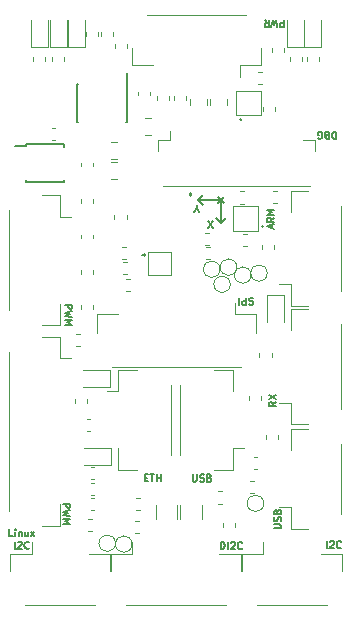
<source format=gbr>
G04 #@! TF.GenerationSoftware,KiCad,Pcbnew,(5.1.0-0)*
G04 #@! TF.CreationDate,2019-05-27T15:35:51-07:00*
G04 #@! TF.ProjectId,Nanopilot,4e616e6f-7069-46c6-9f74-2e6b69636164,rev?*
G04 #@! TF.SameCoordinates,Original*
G04 #@! TF.FileFunction,Legend,Top*
G04 #@! TF.FilePolarity,Positive*
%FSLAX46Y46*%
G04 Gerber Fmt 4.6, Leading zero omitted, Abs format (unit mm)*
G04 Created by KiCad (PCBNEW (5.1.0-0)) date 2019-05-27 15:35:51*
%MOMM*%
%LPD*%
G04 APERTURE LIST*
%ADD10C,0.150000*%
%ADD11C,0.200000*%
%ADD12C,0.120000*%
%ADD13C,0.100000*%
%ADD14C,0.076200*%
%ADD15C,0.250000*%
G04 APERTURE END LIST*
D10*
X86864285Y-51707142D02*
X86778571Y-51678571D01*
X86635714Y-51678571D01*
X86578571Y-51707142D01*
X86550000Y-51735714D01*
X86521428Y-51792857D01*
X86521428Y-51850000D01*
X86550000Y-51907142D01*
X86578571Y-51935714D01*
X86635714Y-51964285D01*
X86750000Y-51992857D01*
X86807142Y-52021428D01*
X86835714Y-52050000D01*
X86864285Y-52107142D01*
X86864285Y-52164285D01*
X86835714Y-52221428D01*
X86807142Y-52250000D01*
X86750000Y-52278571D01*
X86607142Y-52278571D01*
X86521428Y-52250000D01*
X86264285Y-51678571D02*
X86264285Y-52278571D01*
X86035714Y-52278571D01*
X85978571Y-52250000D01*
X85950000Y-52221428D01*
X85921428Y-52164285D01*
X85921428Y-52078571D01*
X85950000Y-52021428D01*
X85978571Y-51992857D01*
X86035714Y-51964285D01*
X86264285Y-51964285D01*
X85664285Y-51678571D02*
X85664285Y-52278571D01*
X70753571Y-69132142D02*
X71353571Y-69132142D01*
X71353571Y-69360714D01*
X71325000Y-69417857D01*
X71296428Y-69446428D01*
X71239285Y-69475000D01*
X71153571Y-69475000D01*
X71096428Y-69446428D01*
X71067857Y-69417857D01*
X71039285Y-69360714D01*
X71039285Y-69132142D01*
X71353571Y-69675000D02*
X70753571Y-69817857D01*
X71182142Y-69932142D01*
X70753571Y-70046428D01*
X71353571Y-70189285D01*
X70753571Y-70417857D02*
X71353571Y-70417857D01*
X70925000Y-70617857D01*
X71353571Y-70817857D01*
X70753571Y-70817857D01*
X70928571Y-52282142D02*
X71528571Y-52282142D01*
X71528571Y-52510714D01*
X71500000Y-52567857D01*
X71471428Y-52596428D01*
X71414285Y-52625000D01*
X71328571Y-52625000D01*
X71271428Y-52596428D01*
X71242857Y-52567857D01*
X71214285Y-52510714D01*
X71214285Y-52282142D01*
X71528571Y-52825000D02*
X70928571Y-52967857D01*
X71357142Y-53082142D01*
X70928571Y-53196428D01*
X71528571Y-53339285D01*
X70928571Y-53567857D02*
X71528571Y-53567857D01*
X71100000Y-53767857D01*
X71528571Y-53967857D01*
X70928571Y-53967857D01*
X89450000Y-28153571D02*
X89450000Y-28753571D01*
X89221428Y-28753571D01*
X89164285Y-28725000D01*
X89135714Y-28696428D01*
X89107142Y-28639285D01*
X89107142Y-28553571D01*
X89135714Y-28496428D01*
X89164285Y-28467857D01*
X89221428Y-28439285D01*
X89450000Y-28439285D01*
X88907142Y-28753571D02*
X88764285Y-28153571D01*
X88650000Y-28582142D01*
X88535714Y-28153571D01*
X88392857Y-28753571D01*
X87821428Y-28153571D02*
X88021428Y-28439285D01*
X88164285Y-28153571D02*
X88164285Y-28753571D01*
X87935714Y-28753571D01*
X87878571Y-28725000D01*
X87850000Y-28696428D01*
X87821428Y-28639285D01*
X87821428Y-28553571D01*
X87850000Y-28496428D01*
X87878571Y-28467857D01*
X87935714Y-28439285D01*
X88164285Y-28439285D01*
X93882142Y-37628571D02*
X93882142Y-38228571D01*
X93739285Y-38228571D01*
X93653571Y-38200000D01*
X93596428Y-38142857D01*
X93567857Y-38085714D01*
X93539285Y-37971428D01*
X93539285Y-37885714D01*
X93567857Y-37771428D01*
X93596428Y-37714285D01*
X93653571Y-37657142D01*
X93739285Y-37628571D01*
X93882142Y-37628571D01*
X93082142Y-37942857D02*
X92996428Y-37914285D01*
X92967857Y-37885714D01*
X92939285Y-37828571D01*
X92939285Y-37742857D01*
X92967857Y-37685714D01*
X92996428Y-37657142D01*
X93053571Y-37628571D01*
X93282142Y-37628571D01*
X93282142Y-38228571D01*
X93082142Y-38228571D01*
X93025000Y-38200000D01*
X92996428Y-38171428D01*
X92967857Y-38114285D01*
X92967857Y-38057142D01*
X92996428Y-38000000D01*
X93025000Y-37971428D01*
X93082142Y-37942857D01*
X93282142Y-37942857D01*
X92367857Y-38200000D02*
X92425000Y-38228571D01*
X92510714Y-38228571D01*
X92596428Y-38200000D01*
X92653571Y-38142857D01*
X92682142Y-38085714D01*
X92710714Y-37971428D01*
X92710714Y-37885714D01*
X92682142Y-37771428D01*
X92653571Y-37714285D01*
X92596428Y-37657142D01*
X92510714Y-37628571D01*
X92453571Y-37628571D01*
X92367857Y-37657142D01*
X92339285Y-37685714D01*
X92339285Y-37885714D01*
X92453571Y-37885714D01*
X88450000Y-45785714D02*
X88450000Y-45500000D01*
X88621428Y-45842857D02*
X88021428Y-45642857D01*
X88621428Y-45442857D01*
X88621428Y-44900000D02*
X88335714Y-45100000D01*
X88621428Y-45242857D02*
X88021428Y-45242857D01*
X88021428Y-45014285D01*
X88050000Y-44957142D01*
X88078571Y-44928571D01*
X88135714Y-44900000D01*
X88221428Y-44900000D01*
X88278571Y-44928571D01*
X88307142Y-44957142D01*
X88335714Y-45014285D01*
X88335714Y-45242857D01*
X88621428Y-44642857D02*
X88021428Y-44642857D01*
X88450000Y-44442857D01*
X88021428Y-44242857D01*
X88621428Y-44242857D01*
X88796428Y-60500000D02*
X88510714Y-60700000D01*
X88796428Y-60842857D02*
X88196428Y-60842857D01*
X88196428Y-60614285D01*
X88225000Y-60557142D01*
X88253571Y-60528571D01*
X88310714Y-60500000D01*
X88396428Y-60500000D01*
X88453571Y-60528571D01*
X88482142Y-60557142D01*
X88510714Y-60614285D01*
X88510714Y-60842857D01*
X88196428Y-60300000D02*
X88796428Y-59900000D01*
X88196428Y-59900000D02*
X88796428Y-60300000D01*
X77678571Y-66907142D02*
X77878571Y-66907142D01*
X77964285Y-67221428D02*
X77678571Y-67221428D01*
X77678571Y-66621428D01*
X77964285Y-66621428D01*
X78135714Y-66621428D02*
X78478571Y-66621428D01*
X78307142Y-67221428D02*
X78307142Y-66621428D01*
X78678571Y-67221428D02*
X78678571Y-66621428D01*
X78678571Y-66907142D02*
X79021428Y-66907142D01*
X79021428Y-67221428D02*
X79021428Y-66621428D01*
X81742857Y-66646428D02*
X81742857Y-67132142D01*
X81771428Y-67189285D01*
X81800000Y-67217857D01*
X81857142Y-67246428D01*
X81971428Y-67246428D01*
X82028571Y-67217857D01*
X82057142Y-67189285D01*
X82085714Y-67132142D01*
X82085714Y-66646428D01*
X82342857Y-67217857D02*
X82428571Y-67246428D01*
X82571428Y-67246428D01*
X82628571Y-67217857D01*
X82657142Y-67189285D01*
X82685714Y-67132142D01*
X82685714Y-67075000D01*
X82657142Y-67017857D01*
X82628571Y-66989285D01*
X82571428Y-66960714D01*
X82457142Y-66932142D01*
X82400000Y-66903571D01*
X82371428Y-66875000D01*
X82342857Y-66817857D01*
X82342857Y-66760714D01*
X82371428Y-66703571D01*
X82400000Y-66675000D01*
X82457142Y-66646428D01*
X82600000Y-66646428D01*
X82685714Y-66675000D01*
X83142857Y-66932142D02*
X83228571Y-66960714D01*
X83257142Y-66989285D01*
X83285714Y-67046428D01*
X83285714Y-67132142D01*
X83257142Y-67189285D01*
X83228571Y-67217857D01*
X83171428Y-67246428D01*
X82942857Y-67246428D01*
X82942857Y-66646428D01*
X83142857Y-66646428D01*
X83200000Y-66675000D01*
X83228571Y-66703571D01*
X83257142Y-66760714D01*
X83257142Y-66817857D01*
X83228571Y-66875000D01*
X83200000Y-66903571D01*
X83142857Y-66932142D01*
X82942857Y-66932142D01*
X84114285Y-72971428D02*
X84114285Y-72371428D01*
X84257142Y-72371428D01*
X84342857Y-72400000D01*
X84400000Y-72457142D01*
X84428571Y-72514285D01*
X84457142Y-72628571D01*
X84457142Y-72714285D01*
X84428571Y-72828571D01*
X84400000Y-72885714D01*
X84342857Y-72942857D01*
X84257142Y-72971428D01*
X84114285Y-72971428D01*
X84714285Y-72971428D02*
X84714285Y-72371428D01*
X84971428Y-72428571D02*
X85000000Y-72400000D01*
X85057142Y-72371428D01*
X85200000Y-72371428D01*
X85257142Y-72400000D01*
X85285714Y-72428571D01*
X85314285Y-72485714D01*
X85314285Y-72542857D01*
X85285714Y-72628571D01*
X84942857Y-72971428D01*
X85314285Y-72971428D01*
X85914285Y-72914285D02*
X85885714Y-72942857D01*
X85800000Y-72971428D01*
X85742857Y-72971428D01*
X85657142Y-72942857D01*
X85600000Y-72885714D01*
X85571428Y-72828571D01*
X85542857Y-72714285D01*
X85542857Y-72628571D01*
X85571428Y-72514285D01*
X85600000Y-72457142D01*
X85657142Y-72400000D01*
X85742857Y-72371428D01*
X85800000Y-72371428D01*
X85885714Y-72400000D01*
X85914285Y-72428571D01*
X66507142Y-71896428D02*
X66221428Y-71896428D01*
X66221428Y-71296428D01*
X66707142Y-71896428D02*
X66707142Y-71496428D01*
X66707142Y-71296428D02*
X66678571Y-71325000D01*
X66707142Y-71353571D01*
X66735714Y-71325000D01*
X66707142Y-71296428D01*
X66707142Y-71353571D01*
X66992857Y-71496428D02*
X66992857Y-71896428D01*
X66992857Y-71553571D02*
X67021428Y-71525000D01*
X67078571Y-71496428D01*
X67164285Y-71496428D01*
X67221428Y-71525000D01*
X67250000Y-71582142D01*
X67250000Y-71896428D01*
X67792857Y-71496428D02*
X67792857Y-71896428D01*
X67535714Y-71496428D02*
X67535714Y-71810714D01*
X67564285Y-71867857D01*
X67621428Y-71896428D01*
X67707142Y-71896428D01*
X67764285Y-71867857D01*
X67792857Y-71839285D01*
X68021428Y-71896428D02*
X68335714Y-71496428D01*
X68021428Y-71496428D02*
X68335714Y-71896428D01*
X66664285Y-72946428D02*
X66664285Y-72346428D01*
X66921428Y-72403571D02*
X66950000Y-72375000D01*
X67007142Y-72346428D01*
X67150000Y-72346428D01*
X67207142Y-72375000D01*
X67235714Y-72403571D01*
X67264285Y-72460714D01*
X67264285Y-72517857D01*
X67235714Y-72603571D01*
X66892857Y-72946428D01*
X67264285Y-72946428D01*
X67864285Y-72889285D02*
X67835714Y-72917857D01*
X67750000Y-72946428D01*
X67692857Y-72946428D01*
X67607142Y-72917857D01*
X67550000Y-72860714D01*
X67521428Y-72803571D01*
X67492857Y-72689285D01*
X67492857Y-72603571D01*
X67521428Y-72489285D01*
X67550000Y-72432142D01*
X67607142Y-72375000D01*
X67692857Y-72346428D01*
X67750000Y-72346428D01*
X67835714Y-72375000D01*
X67864285Y-72403571D01*
X93089285Y-72896428D02*
X93089285Y-72296428D01*
X93346428Y-72353571D02*
X93375000Y-72325000D01*
X93432142Y-72296428D01*
X93575000Y-72296428D01*
X93632142Y-72325000D01*
X93660714Y-72353571D01*
X93689285Y-72410714D01*
X93689285Y-72467857D01*
X93660714Y-72553571D01*
X93317857Y-72896428D01*
X93689285Y-72896428D01*
X94289285Y-72839285D02*
X94260714Y-72867857D01*
X94175000Y-72896428D01*
X94117857Y-72896428D01*
X94032142Y-72867857D01*
X93975000Y-72810714D01*
X93946428Y-72753571D01*
X93917857Y-72639285D01*
X93917857Y-72553571D01*
X93946428Y-72439285D01*
X93975000Y-72382142D01*
X94032142Y-72325000D01*
X94117857Y-72296428D01*
X94175000Y-72296428D01*
X94260714Y-72325000D01*
X94289285Y-72353571D01*
X88621428Y-71207142D02*
X89107142Y-71207142D01*
X89164285Y-71178571D01*
X89192857Y-71150000D01*
X89221428Y-71092857D01*
X89221428Y-70978571D01*
X89192857Y-70921428D01*
X89164285Y-70892857D01*
X89107142Y-70864285D01*
X88621428Y-70864285D01*
X89192857Y-70607142D02*
X89221428Y-70521428D01*
X89221428Y-70378571D01*
X89192857Y-70321428D01*
X89164285Y-70292857D01*
X89107142Y-70264285D01*
X89050000Y-70264285D01*
X88992857Y-70292857D01*
X88964285Y-70321428D01*
X88935714Y-70378571D01*
X88907142Y-70492857D01*
X88878571Y-70550000D01*
X88850000Y-70578571D01*
X88792857Y-70607142D01*
X88735714Y-70607142D01*
X88678571Y-70578571D01*
X88650000Y-70550000D01*
X88621428Y-70492857D01*
X88621428Y-70350000D01*
X88650000Y-70264285D01*
X88907142Y-69807142D02*
X88935714Y-69721428D01*
X88964285Y-69692857D01*
X89021428Y-69664285D01*
X89107142Y-69664285D01*
X89164285Y-69692857D01*
X89192857Y-69721428D01*
X89221428Y-69778571D01*
X89221428Y-70007142D01*
X88621428Y-70007142D01*
X88621428Y-69807142D01*
X88650000Y-69750000D01*
X88678571Y-69721428D01*
X88735714Y-69692857D01*
X88792857Y-69692857D01*
X88850000Y-69721428D01*
X88878571Y-69750000D01*
X88907142Y-69807142D01*
X88907142Y-70007142D01*
D11*
X84125000Y-43425000D02*
X84125000Y-45325000D01*
X84125000Y-45325000D02*
X83725000Y-44925000D01*
X84125000Y-43425000D02*
X82225000Y-43425000D01*
X84125000Y-45325000D02*
X84525000Y-44925000D01*
X82225000Y-43425000D02*
X82625000Y-43825000D01*
X82625000Y-43025000D02*
X82225000Y-43425000D01*
D10*
X84375000Y-43675000D02*
X83875000Y-43175000D01*
X84375000Y-43175000D02*
X83875000Y-43675000D01*
D12*
X83162779Y-47390000D02*
X82837221Y-47390000D01*
X83162779Y-48410000D02*
X82837221Y-48410000D01*
X83137779Y-47185000D02*
X82812221Y-47185000D01*
X83137779Y-46165000D02*
X82812221Y-46165000D01*
X76600000Y-72550000D02*
G75*
G03X76600000Y-72550000I-700000J0D01*
G01*
X75200000Y-72475000D02*
G75*
G03X75200000Y-72475000I-700000J0D01*
G01*
X73735000Y-29487779D02*
X73735000Y-29162221D01*
X72715000Y-29487779D02*
X72715000Y-29162221D01*
X72660000Y-30460000D02*
X72660000Y-28175000D01*
X71190000Y-30460000D02*
X72660000Y-30460000D01*
X71190000Y-28175000D02*
X71190000Y-30460000D01*
X94310000Y-69965000D02*
X94310000Y-64035000D01*
X90040000Y-62765000D02*
X90040000Y-64565000D01*
X91490000Y-62765000D02*
X90040000Y-62765000D01*
X90040000Y-69435000D02*
X89050000Y-69435000D01*
X90040000Y-71235000D02*
X90040000Y-69435000D01*
X91490000Y-71235000D02*
X90040000Y-71235000D01*
X67560000Y-77660000D02*
X73490000Y-77660000D01*
X74760000Y-73390000D02*
X72960000Y-73390000D01*
X74760000Y-74840000D02*
X74760000Y-73390000D01*
X68090000Y-73390000D02*
X68090000Y-72400000D01*
X66290000Y-73390000D02*
X68090000Y-73390000D01*
X66290000Y-74840000D02*
X66290000Y-73390000D01*
X85815000Y-57510000D02*
X74885000Y-57510000D01*
X73615000Y-53040000D02*
X75415000Y-53040000D01*
X73615000Y-54640000D02*
X73615000Y-53040000D01*
X85285000Y-53040000D02*
X85285000Y-52100000D01*
X87085000Y-53040000D02*
X85285000Y-53040000D01*
X87085000Y-54640000D02*
X87085000Y-53040000D01*
X85915000Y-74840000D02*
X85915000Y-73390000D01*
X85915000Y-73390000D02*
X87715000Y-73390000D01*
X87715000Y-73390000D02*
X87715000Y-72400000D01*
X94385000Y-74840000D02*
X94385000Y-73390000D01*
X94385000Y-73390000D02*
X92585000Y-73390000D01*
X87185000Y-77660000D02*
X93115000Y-77660000D01*
D13*
X85175000Y-43950000D02*
X85175000Y-46050000D01*
X87275000Y-43950000D02*
X85175000Y-43950000D01*
X87275000Y-46050000D02*
X87275000Y-43950000D01*
X85275000Y-46050000D02*
X85175000Y-46050000D01*
X86275000Y-46050000D02*
X85275000Y-46050000D01*
X87275000Y-46050000D02*
X86275000Y-46050000D01*
X87735000Y-45650000D02*
G75*
G03X87735000Y-45650000I-100000J0D01*
G01*
D12*
X83887221Y-69110000D02*
X84212779Y-69110000D01*
X83887221Y-68090000D02*
X84212779Y-68090000D01*
X82485000Y-70452064D02*
X82485000Y-69247936D01*
X80665000Y-70452064D02*
X80665000Y-69247936D01*
X76837221Y-71635000D02*
X77162779Y-71635000D01*
X76837221Y-70615000D02*
X77162779Y-70615000D01*
X85360000Y-71062779D02*
X85360000Y-70737221D01*
X84340000Y-71062779D02*
X84340000Y-70737221D01*
X78615000Y-69222936D02*
X78615000Y-70427064D01*
X80435000Y-69222936D02*
X80435000Y-70427064D01*
X76937221Y-69635000D02*
X77262779Y-69635000D01*
X76937221Y-68615000D02*
X77262779Y-68615000D01*
X74815000Y-74840000D02*
X74815000Y-73390000D01*
X74815000Y-73390000D02*
X76615000Y-73390000D01*
X76615000Y-73390000D02*
X76615000Y-72400000D01*
X85785000Y-74840000D02*
X85785000Y-73390000D01*
X85785000Y-73390000D02*
X83985000Y-73390000D01*
X76085000Y-77660000D02*
X84515000Y-77660000D01*
X87990000Y-51440000D02*
X87990000Y-53725000D01*
X89460000Y-51440000D02*
X87990000Y-51440000D01*
X89460000Y-53725000D02*
X89460000Y-51440000D01*
X86312779Y-46315000D02*
X85987221Y-46315000D01*
X86312779Y-47335000D02*
X85987221Y-47335000D01*
X76437779Y-50115000D02*
X76112221Y-50115000D01*
X76437779Y-51135000D02*
X76112221Y-51135000D01*
D10*
X67625000Y-38800000D02*
X66700000Y-38800000D01*
X67625000Y-41925000D02*
X70875000Y-41925000D01*
X67625000Y-38675000D02*
X70875000Y-38675000D01*
X67625000Y-41925000D02*
X67625000Y-41710000D01*
X70875000Y-41925000D02*
X70875000Y-41710000D01*
X70875000Y-38675000D02*
X70875000Y-38890000D01*
X67625000Y-38675000D02*
X67625000Y-38800000D01*
D12*
X77691422Y-37910000D02*
X78208578Y-37910000D01*
X77691422Y-36490000D02*
X78208578Y-36490000D01*
X88862779Y-42665000D02*
X88537221Y-42665000D01*
X88862779Y-43685000D02*
X88537221Y-43685000D01*
X75190000Y-30237221D02*
X75190000Y-30562779D01*
X76210000Y-30237221D02*
X76210000Y-30562779D01*
X87590000Y-47224721D02*
X87590000Y-47550279D01*
X88610000Y-47224721D02*
X88610000Y-47550279D01*
X72810000Y-60612779D02*
X72810000Y-60287221D01*
X71790000Y-60612779D02*
X71790000Y-60287221D01*
X74985000Y-29487779D02*
X74985000Y-29162221D01*
X73965000Y-29487779D02*
X73965000Y-29162221D01*
X79210000Y-42210000D02*
X91690000Y-42210000D01*
X92060000Y-38290000D02*
X91110000Y-38290000D01*
X92060000Y-39240000D02*
X92060000Y-38290000D01*
X79790000Y-38290000D02*
X79790000Y-37600000D01*
X78840000Y-38290000D02*
X79790000Y-38290000D01*
X78840000Y-39240000D02*
X78840000Y-38290000D01*
X80640000Y-64965000D02*
X80640000Y-59035000D01*
X85110000Y-57765000D02*
X85110000Y-59565000D01*
X83510000Y-57765000D02*
X85110000Y-57765000D01*
X85110000Y-64435000D02*
X86050000Y-64435000D01*
X85110000Y-66235000D02*
X85110000Y-64435000D01*
X83510000Y-66235000D02*
X85110000Y-66235000D01*
X79860000Y-59035000D02*
X79860000Y-64965000D01*
X75390000Y-66235000D02*
X75390000Y-64435000D01*
X76990000Y-66235000D02*
X75390000Y-66235000D01*
X75390000Y-59565000D02*
X74450000Y-59565000D01*
X75390000Y-57765000D02*
X75390000Y-59565000D01*
X76990000Y-57765000D02*
X75390000Y-57765000D01*
X87287221Y-33610000D02*
X87612779Y-33610000D01*
X87287221Y-32590000D02*
X87612779Y-32590000D01*
X74791422Y-41610000D02*
X75308578Y-41610000D01*
X74791422Y-40190000D02*
X75308578Y-40190000D01*
X74791422Y-39910000D02*
X75308578Y-39910000D01*
X74791422Y-38490000D02*
X75308578Y-38490000D01*
X73260000Y-40237221D02*
X73260000Y-40562779D01*
X72240000Y-40237221D02*
X72240000Y-40562779D01*
X81540000Y-35358578D02*
X81540000Y-34841422D01*
X82960000Y-35358578D02*
X82960000Y-34841422D01*
X83240000Y-35358578D02*
X83240000Y-34841422D01*
X84660000Y-35358578D02*
X84660000Y-34841422D01*
X69787221Y-37290000D02*
X70112779Y-37290000D01*
X69787221Y-38310000D02*
X70112779Y-38310000D01*
X85762221Y-43710000D02*
X86087779Y-43710000D01*
X85762221Y-42690000D02*
X86087779Y-42690000D01*
X76062779Y-47390000D02*
X75737221Y-47390000D01*
X76062779Y-48410000D02*
X75737221Y-48410000D01*
X76162779Y-48665000D02*
X75837221Y-48665000D01*
X76162779Y-49685000D02*
X75837221Y-49685000D01*
X76135000Y-44687221D02*
X76135000Y-45012779D01*
X75115000Y-44687221D02*
X75115000Y-45012779D01*
X91165000Y-28200000D02*
X91165000Y-30485000D01*
X91165000Y-30485000D02*
X92635000Y-30485000D01*
X92635000Y-30485000D02*
X92635000Y-28200000D01*
X72512500Y-65885000D02*
X74797500Y-65885000D01*
X74797500Y-65885000D02*
X74797500Y-64415000D01*
X74797500Y-64415000D02*
X72512500Y-64415000D01*
X74735000Y-57765000D02*
X72450000Y-57765000D01*
X74735000Y-59235000D02*
X74735000Y-57765000D01*
X72450000Y-59235000D02*
X74735000Y-59235000D01*
X91185000Y-30485000D02*
X91185000Y-28200000D01*
X89715000Y-30485000D02*
X91185000Y-30485000D01*
X89715000Y-28200000D02*
X89715000Y-30485000D01*
X68015000Y-28200000D02*
X68015000Y-30485000D01*
X68015000Y-30485000D02*
X69485000Y-30485000D01*
X69485000Y-30485000D02*
X69485000Y-28200000D01*
X71085000Y-30485000D02*
X71085000Y-28200000D01*
X69615000Y-30485000D02*
X71085000Y-30485000D01*
X69615000Y-28200000D02*
X69615000Y-30485000D01*
X94310000Y-51090000D02*
X94310000Y-43910000D01*
X90040000Y-42640000D02*
X90040000Y-44440000D01*
X91490000Y-42640000D02*
X90040000Y-42640000D01*
X90040000Y-50560000D02*
X89050000Y-50560000D01*
X90040000Y-52360000D02*
X90040000Y-50560000D01*
X91490000Y-52360000D02*
X90040000Y-52360000D01*
X91490000Y-62360000D02*
X90040000Y-62360000D01*
X90040000Y-62360000D02*
X90040000Y-60560000D01*
X90040000Y-60560000D02*
X89050000Y-60560000D01*
X91490000Y-52640000D02*
X90040000Y-52640000D01*
X90040000Y-52640000D02*
X90040000Y-54440000D01*
X94310000Y-61090000D02*
X94310000Y-53910000D01*
X78740000Y-34950279D02*
X78740000Y-34624721D01*
X79760000Y-34950279D02*
X79760000Y-34624721D01*
X77140000Y-34237221D02*
X77140000Y-34562779D01*
X78160000Y-34237221D02*
X78160000Y-34562779D01*
X80140000Y-34962779D02*
X80140000Y-34637221D01*
X81160000Y-34962779D02*
X81160000Y-34637221D01*
X88415000Y-30875279D02*
X88415000Y-30549721D01*
X89435000Y-30875279D02*
X89435000Y-30549721D01*
X92410000Y-31337221D02*
X92410000Y-31662779D01*
X91390000Y-31337221D02*
X91390000Y-31662779D01*
X87690000Y-35862779D02*
X87690000Y-35537221D01*
X88710000Y-35862779D02*
X88710000Y-35537221D01*
X89940000Y-31337221D02*
X89940000Y-31662779D01*
X90960000Y-31337221D02*
X90960000Y-31662779D01*
X86887221Y-66210000D02*
X87212779Y-66210000D01*
X86887221Y-65190000D02*
X87212779Y-65190000D01*
X86587221Y-67190000D02*
X86912779Y-67190000D01*
X86587221Y-68210000D02*
X86912779Y-68210000D01*
X69260000Y-31337221D02*
X69260000Y-31662779D01*
X68240000Y-31337221D02*
X68240000Y-31662779D01*
X72212779Y-54790000D02*
X71887221Y-54790000D01*
X72212779Y-55810000D02*
X71887221Y-55810000D01*
X72749721Y-63010000D02*
X73075279Y-63010000D01*
X72749721Y-61990000D02*
X73075279Y-61990000D01*
X69840000Y-31324721D02*
X69840000Y-31650279D01*
X70860000Y-31324721D02*
X70860000Y-31650279D01*
X87390000Y-56337221D02*
X87390000Y-56662779D01*
X88410000Y-56337221D02*
X88410000Y-56662779D01*
X73260000Y-43662779D02*
X73260000Y-43337221D01*
X72240000Y-43662779D02*
X72240000Y-43337221D01*
X72240000Y-46662779D02*
X72240000Y-46337221D01*
X73260000Y-46662779D02*
X73260000Y-46337221D01*
X73260000Y-49662779D02*
X73260000Y-49337221D01*
X72240000Y-49662779D02*
X72240000Y-49337221D01*
X72240000Y-52337221D02*
X72240000Y-52662779D01*
X73260000Y-52337221D02*
X73260000Y-52662779D01*
X87560000Y-60037221D02*
X87560000Y-60362779D01*
X86540000Y-60037221D02*
X86540000Y-60362779D01*
X87940000Y-63662779D02*
X87940000Y-63337221D01*
X88960000Y-63662779D02*
X88960000Y-63337221D01*
X72899721Y-70440000D02*
X73225279Y-70440000D01*
X72899721Y-71460000D02*
X73225279Y-71460000D01*
X73087221Y-67010000D02*
X73412779Y-67010000D01*
X73087221Y-65990000D02*
X73412779Y-65990000D01*
X73087221Y-67340000D02*
X73412779Y-67340000D01*
X73087221Y-68360000D02*
X73412779Y-68360000D01*
X73087221Y-69660000D02*
X73412779Y-69660000D01*
X73087221Y-68640000D02*
X73412779Y-68640000D01*
D10*
X76175000Y-36825000D02*
X76110000Y-36825000D01*
X71925000Y-36825000D02*
X71990000Y-36825000D01*
X71925000Y-33575000D02*
X71990000Y-33575000D01*
X76175000Y-33575000D02*
X76175000Y-36825000D01*
X71925000Y-33575000D02*
X71925000Y-36825000D01*
X76175000Y-33575000D02*
X76175000Y-32650000D01*
D13*
X85900000Y-36610000D02*
G75*
G03X85900000Y-36610000I-100000J0D01*
G01*
X85400000Y-36250000D02*
X85400000Y-35250000D01*
X85400000Y-35250000D02*
X85400000Y-34250000D01*
X85400000Y-34250000D02*
X85400000Y-34150000D01*
X85400000Y-36250000D02*
X87500000Y-36250000D01*
X87500000Y-36250000D02*
X87500000Y-34150000D01*
X87500000Y-34150000D02*
X85400000Y-34150000D01*
X77800000Y-48050000D02*
G75*
G03X77800000Y-48050000I-125000J0D01*
G01*
D14*
X79925000Y-47800000D02*
X77925000Y-47800000D01*
X79925000Y-49800000D02*
X79925000Y-47800000D01*
X77925000Y-49800000D02*
X79925000Y-49800000D01*
X77925000Y-47800000D02*
X77925000Y-49800000D01*
D10*
X77675000Y-48050000D02*
X77475000Y-48050000D01*
D12*
X69010000Y-55015000D02*
X70460000Y-55015000D01*
X70460000Y-55015000D02*
X70460000Y-56815000D01*
X70460000Y-56815000D02*
X71450000Y-56815000D01*
X69010000Y-70985000D02*
X70460000Y-70985000D01*
X70460000Y-70985000D02*
X70460000Y-69185000D01*
X66190000Y-56285000D02*
X66190000Y-69715000D01*
D15*
X81515000Y-42841000D02*
X81515000Y-42968000D01*
D12*
X69010000Y-43015000D02*
X70460000Y-43015000D01*
X70460000Y-43015000D02*
X70460000Y-44815000D01*
X70460000Y-44815000D02*
X71450000Y-44815000D01*
X69010000Y-53985000D02*
X70460000Y-53985000D01*
X70460000Y-53985000D02*
X70460000Y-52185000D01*
X66190000Y-44285000D02*
X66190000Y-52715000D01*
X87535000Y-30560000D02*
X87535000Y-32010000D01*
X87535000Y-32010000D02*
X85735000Y-32010000D01*
X85735000Y-32010000D02*
X85735000Y-33000000D01*
X76565000Y-30560000D02*
X76565000Y-32010000D01*
X76565000Y-32010000D02*
X78365000Y-32010000D01*
X86265000Y-27740000D02*
X77835000Y-27740000D01*
X87750000Y-69100000D02*
G75*
G03X87750000Y-69100000I-700000J0D01*
G01*
X84925000Y-50550000D02*
G75*
G03X84925000Y-50550000I-700000J0D01*
G01*
X88050000Y-49600000D02*
G75*
G03X88050000Y-49600000I-700000J0D01*
G01*
X85475000Y-49100000D02*
G75*
G03X85475000Y-49100000I-700000J0D01*
G01*
X86675000Y-49775000D02*
G75*
G03X86675000Y-49775000I-700000J0D01*
G01*
X84050000Y-49275000D02*
G75*
G03X84050000Y-49275000I-700000J0D01*
G01*
D10*
X82075000Y-44114285D02*
X82075000Y-43828571D01*
X82275000Y-44428571D02*
X82075000Y-44114285D01*
X81875000Y-44428571D01*
X83025000Y-45196428D02*
X83425000Y-45796428D01*
X83425000Y-45196428D02*
X83025000Y-45796428D01*
M02*

</source>
